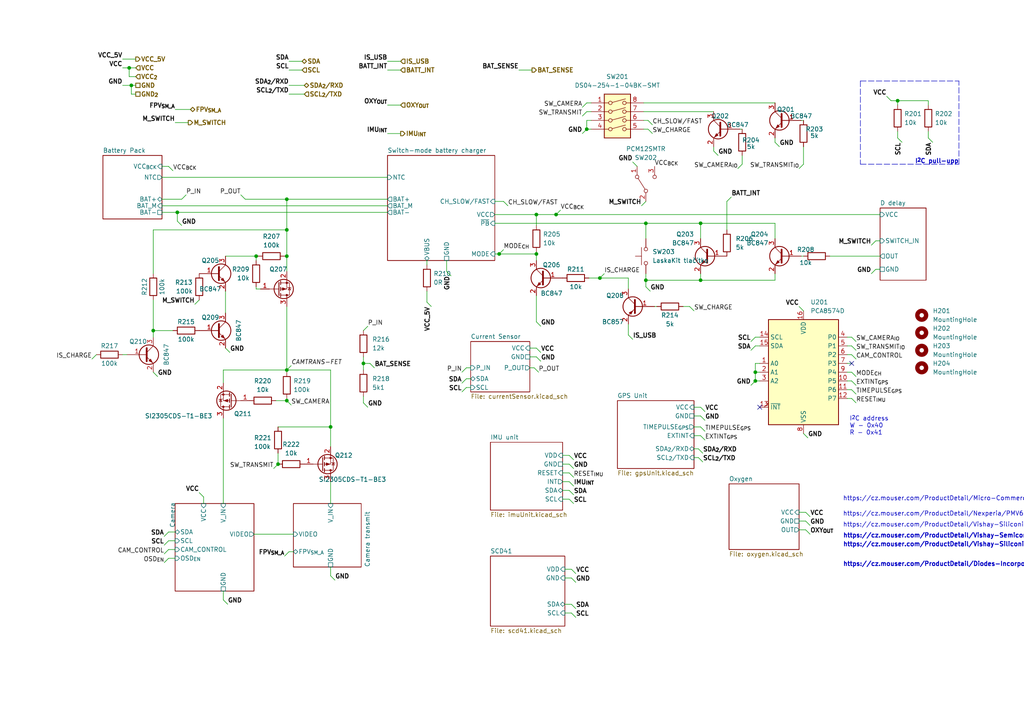
<source format=kicad_sch>
(kicad_sch (version 20211123) (generator eeschema)
  (paper "A4")
  (title_block (title "Power Unit - CanSat 2023") (date "2023-01-19") (rev "2022") (company "Project SkyFall") (comment 1 "David Haisman"))
  (lib_symbols
    (symbol "1Knihovna:SI2305CDS-T1-BE3" (pin_names (offset 0) hide)
      (property "Reference" "Q205" (at 3.175 3.175 0))
      (property "Value" "SI2305CDS-T1-BE3" (at 9.525 1.27 0))
      (symbol "SI2305CDS-T1-BE3_0_1"
        (polyline (pts (xy 0.254 0) (xy -2.54 0)))
        (polyline (pts (xy 0.254 1.905) (xy 0.254 -1.905)) (stroke (width 0.254)))
        (polyline (pts (xy 0.762 -1.27) (xy 0.762 -2.286)) (stroke (width 0.254)))
        (polyline (pts (xy 0.762 0.508) (xy 0.762 -0.508)) (stroke (width 0.254)))
        (polyline (pts (xy 0.762 2.286) (xy 0.762 1.27)) (stroke (width 0.254)))
        (polyline (pts (xy 2.54 2.54) (xy 2.54 1.778)))
        (polyline (pts (xy 2.54 -2.54) (xy 2.54 0) (xy 0.762 0)))
        (polyline (pts (xy 0.762 1.778) (xy 3.302 1.778) (xy 3.302 -1.778) (xy 0.762 -1.778)))
        (polyline (pts (xy 2.286 0) (xy 1.27 0.381) (xy 1.27 -0.381) (xy 2.286 0)) (fill (type outline)))
        (polyline (pts (xy 2.794 -0.508) (xy 2.921 -0.381) (xy 3.683 -0.381) (xy 3.81 -0.254)))
        (polyline (pts (xy 3.302 -0.381) (xy 2.921 0.254) (xy 3.683 0.254) (xy 3.302 -0.381)))
        (circle (center 1.651 0) (radius 2.794) (stroke (width 0.254)))
        (circle (center 2.54 -1.778) (radius 0.254) (fill (type outline)))
        (circle (center 2.54 1.778) (radius 0.254) (fill (type outline)))
      )
      (symbol "SI2305CDS-T1-BE3_1_1"
        (pin input line (at -5.08 0 0) (length 2.54) (name "G") (number "1"))
        (pin passive line (at 2.54 -5.08 90) (length 2.54) (name "S") (number "2"))
        (pin passive line (at 2.54 5.08 270) (length 2.54) (name "D") (number "3"))
      )
    )
    (symbol "Device:R" (pin_numbers hide) (pin_names (offset 0))
      (property "Reference" "R" (at 2.032 0 90))
      (property "Value" "R" (at 0 0 90))
      (symbol "R_0_1"
        (rectangle (start -1.016 -2.54) (end 1.016 2.54) (stroke (width 0.254)))
      )
      (symbol "R_1_1"
        (pin passive line (at 0 3.81 270) (length 1.27) (name "~") (number "1"))
        (pin passive line (at 0 -3.81 90) (length 1.27) (name "~") (number "2"))
      )
    )
    (symbol "Interface_Expansion:PCF8574"
      (property "Reference" "U" (at -8.89 16.51 0))
      (property "Value" "PCF8574" (at 2.54 16.51 0))
      (symbol "PCF8574_0_1"
        (rectangle (start -10.16 15.24) (end 10.16 -15.24) (stroke (width 0.254)) (fill (type background)))
      )
      (symbol "PCF8574_1_1"
        (pin input line (at -12.7 2.54 0) (length 2.54) (name "A0") (number "1"))
        (pin bidirectional line (at 12.7 -2.54 180) (length 2.54) (name "P5") (number "10"))
        (pin bidirectional line (at 12.7 -5.08 180) (length 2.54) (name "P6") (number "11"))
        (pin bidirectional line (at 12.7 -7.62 180) (length 2.54) (name "P7") (number "12"))
        (pin open_collector output_low (at -12.7 -10.16 0) (length 2.54) (name "~{INT}") (number "13"))
        (pin input line (at -12.7 10.16 0) (length 2.54) (name "SCL") (number "14"))
        (pin bidirectional line (at -12.7 7.62 0) (length 2.54) (name "SDA") (number "15"))
        (pin power_in line (at 0 17.78 270) (length 2.54) (name "VDD") (number "16"))
        (pin input line (at -12.7 0 0) (length 2.54) (name "A1") (number "2"))
        (pin input line (at -12.7 -2.54 0) (length 2.54) (name "A2") (number "3"))
        (pin bidirectional line (at 12.7 10.16 180) (length 2.54) (name "P0") (number "4"))
        (pin bidirectional line (at 12.7 7.62 180) (length 2.54) (name "P1") (number "5"))
        (pin bidirectional line (at 12.7 5.08 180) (length 2.54) (name "P2") (number "6"))
        (pin bidirectional line (at 12.7 2.54 180) (length 2.54) (name "P3") (number "7"))
        (pin power_in line (at 0 -17.78 90) (length 2.54) (name "VSS") (number "8"))
        (pin bidirectional line (at 12.7 0 180) (length 2.54) (name "P4") (number "9"))
      )
    )
    (symbol "Mechanical:MountingHole" (pin_names (offset 1.016))
      (property "Reference" "H" (at 0 5.08 0))
      (property "Value" "MountingHole" (at 0 3.175 0))
      (symbol "MountingHole_0_1"
        (circle (center 0 0) (radius 1.27) (stroke (width 1.27)))
      )
    )
    (symbol "Switch:SW_DIP_x04" (pin_names (offset 0) hide)
      (property "Reference" "SW" (at 0 8.89 0))
      (property "Value" "SW_DIP_x04" (at 0 -6.35 0))
      (symbol "SW_DIP_x04_0_0"
        (circle (center -2.032 -2.54) (radius 0.508))
        (circle (center -2.032 0) (radius 0.508))
        (circle (center -2.032 2.54) (radius 0.508))
        (circle (center -2.032 5.08) (radius 0.508))
        (polyline (pts (xy -1.524 -2.3876) (xy 2.3622 -1.3462)))
        (polyline (pts (xy -1.524 0.127) (xy 2.3622 1.1684)))
        (polyline (pts (xy -1.524 2.667) (xy 2.3622 3.7084)))
        (polyline (pts (xy -1.524 5.207) (xy 2.3622 6.2484)))
        (circle (center 2.032 -2.54) (radius 0.508))
        (circle (center 2.032 0) (radius 0.508))
        (circle (center 2.032 2.54) (radius 0.508))
        (circle (center 2.032 5.08) (radius 0.508))
      )
      (symbol "SW_DIP_x04_0_1"
        (rectangle (start -3.81 7.62) (end 3.81 -5.08) (stroke (width 0.254)) (fill (type background)))
      )
      (symbol "SW_DIP_x04_1_1"
        (pin passive line (at -7.62 5.08 0) (length 5.08) (name "~") (number "1"))
        (pin passive line (at -7.62 2.54 0) (length 5.08) (name "~") (number "2"))
        (pin passive line (at -7.62 0 0) (length 5.08) (name "~") (number "3"))
        (pin passive line (at -7.62 -2.54 0) (length 5.08) (name "~") (number "4"))
        (pin passive line (at 7.62 -2.54 180) (length 5.08) (name "~") (number "5"))
        (pin passive line (at 7.62 0 180) (length 5.08) (name "~") (number "6"))
        (pin passive line (at 7.62 2.54 180) (length 5.08) (name "~") (number "7"))
        (pin passive line (at 7.62 5.08 180) (length 5.08) (name "~") (number "8"))
      )
    )
    (symbol "Switch:SW_Push" (pin_numbers hide) (pin_names (offset 1.016) hide)
      (property "Reference" "SW" (at 1.27 2.54 0))
      (property "Value" "SW_Push" (at 0 -1.524 0))
      (symbol "SW_Push_0_1"
        (circle (center -2.032 0) (radius 0.508))
        (polyline (pts (xy 0 1.27) (xy 0 3.048)))
        (polyline (pts (xy 2.54 1.27) (xy -2.54 1.27)))
        (circle (center 2.032 0) (radius 0.508))
        (pin passive line (at -5.08 0 0) (length 2.54) (name "1") (number "1"))
        (pin passive line (at 5.08 0 180) (length 2.54) (name "2") (number "2"))
      )
    )
    (symbol "Switch:SW_SPDT" (pin_names (offset 0) hide)
      (property "Reference" "SW" (at 0 4.318 0))
      (property "Value" "SW_SPDT" (at 0 -5.08 0))
      (symbol "SW_SPDT_0_0"
        (circle (center -2.032 0) (radius 0.508))
        (circle (center 2.032 -2.54) (radius 0.508))
      )
      (symbol "SW_SPDT_0_1"
        (polyline (pts (xy -1.524 0.254) (xy 1.651 2.286)))
        (circle (center 2.032 2.54) (radius 0.508))
      )
      (symbol "SW_SPDT_1_1"
        (pin passive line (at 5.08 2.54 180) (length 2.54) (name "A") (number "1"))
        (pin passive line (at -5.08 0 0) (length 2.54) (name "B") (number "2"))
        (pin passive line (at 5.08 -2.54 180) (length 2.54) (name "C") (number "3"))
      )
    )
    (symbol "Transistor_BJT:BC847" (pin_names (offset 0) hide)
      (property "Reference" "Q" (at 5.08 1.905 0))
      (property "Value" "BC847" (at 5.08 0 0))
      (symbol "BC847_0_1"
        (polyline (pts (xy 0.635 0.635) (xy 2.54 2.54)))
        (polyline (pts (xy 0.635 -0.635) (xy 2.54 -2.54) (xy 2.54 -2.54)))
        (polyline (pts (xy 0.635 1.905) (xy 0.635 -1.905) (xy 0.635 -1.905)) (stroke (width 0.508)))
        (polyline (pts (xy 1.27 -1.778) (xy 1.778 -1.27) (xy 2.286 -2.286) (xy 1.27 -1.778) (xy 1.27 -1.778)) (fill (type outline)))
        (circle (center 1.27 0) (radius 2.8194) (stroke (width 0.254)))
      )
      (symbol "BC847_1_1"
        (pin input line (at -5.08 0 0) (length 5.715) (name "B") (number "1"))
        (pin passive line (at 2.54 -5.08 90) (length 2.54) (name "E") (number "2"))
        (pin passive line (at 2.54 5.08 270) (length 2.54) (name "C") (number "3"))
      )
    )
    (symbol "Transistor_BJT:BC857" (pin_names (offset 0) hide)
      (property "Reference" "Q" (at 5.08 1.905 0))
      (property "Value" "BC857" (at 5.08 0 0))
      (symbol "BC857_0_1"
        (polyline (pts (xy 0.635 0.635) (xy 2.54 2.54)))
        (polyline (pts (xy 0.635 -0.635) (xy 2.54 -2.54) (xy 2.54 -2.54)))
        (polyline (pts (xy 0.635 1.905) (xy 0.635 -1.905) (xy 0.635 -1.905)) (stroke (width 0.508)))
        (polyline (pts (xy 2.286 -1.778) (xy 1.778 -2.286) (xy 1.27 -1.27) (xy 2.286 -1.778) (xy 2.286 -1.778)) (fill (type outline)))
        (circle (center 1.27 0) (radius 2.8194) (stroke (width 0.254)))
      )
      (symbol "BC857_1_1"
        (pin input line (at -5.08 0 0) (length 5.715) (name "B") (number "1"))
        (pin passive line (at 2.54 -5.08 90) (length 2.54) (name "E") (number "2"))
        (pin passive line (at 2.54 5.08 270) (length 2.54) (name "C") (number "3"))
      )
    )
  )
  (junction (at 83.185 66.675))
  (junction (at 95.885 123.825))
  (junction (at 203.2 81.28))
  (junction (at 144.78 73.66))
  (junction (at 260.35 29.21))
  (junction (at 83.185 116.205))
  (junction (at 83.185 107.315))
  (junction (at 155.575 62.23))
  (junction (at 83.185 74.295))
  (junction (at 187.325 81.28))
  (junction (at 105.41 105.41))
  (junction (at 80.645 134.62))
  (junction (at 161.29 62.23))
  (junction (at 44.45 95.885))
  (junction (at 37.465 19.685))
  (junction (at 51.435 61.595))
  (junction (at 219.075 110.49))
  (junction (at 170.18 37.465))
  (junction (at 38.1 24.765))
  (junction (at 83.185 57.785))
  (junction (at 187.325 64.77))
  (junction (at 219.075 107.95))
  (junction (at 74.295 74.295))
  (junction (at 203.2 64.77))
  (junction (at 173.99 80.645))
  (junction (at 155.575 73.66))
  (no_connect (at 247.015 105.41))
  (no_connect (at 220.345 118.11))
  (wire (pts (xy 187.325 64.77) (xy 203.2 64.77)))
  (wire (pts (xy 80.645 131.445) (xy 80.645 134.62)))
  (wire (pts (xy 83.82 24.765) (xy 88.265 24.765)))
  (wire (pts (xy 234.95 154.94) (xy 233.68 153.67)))
  (wire (pts (xy 252.73 71.12) (xy 254 69.85)))
  (wire (pts (xy 46.99 57.785) (xy 52.705 57.785)))
  (wire (pts (xy 57.785 86.995) (xy 56.515 88.265)))
  (wire (pts (xy 203.2 79.375) (xy 203.2 81.28)))
  (wire (pts (xy 234.95 149.86) (xy 233.68 148.59)))
  (wire (pts (xy 260.35 29.21) (xy 258.445 29.21)))
  (wire (pts (xy 146.05 58.42) (xy 147.32 59.69)))
  (wire (pts (xy 224.79 69.215) (xy 224.79 64.77)))
  (wire (pts (xy 51.435 64.135) (xy 52.705 65.405)))
  (wire (pts (xy 74.295 74.295) (xy 65.405 74.295)))
  (wire (pts (xy 166.37 140.97) (xy 165.1 139.7)))
  (wire (pts (xy 171.45 29.845) (xy 170.18 29.845)))
  (wire (pts (xy 83.82 27.305) (xy 88.265 27.305)))
  (wire (pts (xy 247.015 107.95) (xy 245.745 107.95)))
  (wire (pts (xy 64.77 171.45) (xy 64.77 173.99)))
  (wire (pts (xy 44.45 86.995) (xy 44.45 95.885)))
  (wire (pts (xy 203.2 123.825) (xy 201.295 123.825)))
  (wire (pts (xy 38.1 24.765) (xy 39.37 24.765)))
  (wire (pts (xy 166.37 133.35) (xy 165.1 132.08)))
  (wire (pts (xy 35.56 24.765) (xy 38.1 24.765)))
  (wire (pts (xy 163.195 144.78) (xy 165.1 144.78)))
  (wire (pts (xy 44.45 97.79) (xy 44.45 95.885)))
  (wire (pts (xy 203.2 81.28) (xy 224.79 81.28)))
  (wire (pts (xy 202.565 132.715) (xy 203.835 133.985)))
  (wire (pts (xy 171.45 37.465) (xy 170.18 37.465)))
  (wire (pts (xy 129.54 78.74) (xy 130.81 80.01)))
  (wire (pts (xy 154.94 106.68) (xy 153.67 106.68)))
  (wire (pts (xy 83.185 88.9) (xy 83.185 107.315)))
  (wire (pts (xy 39.37 22.225) (xy 37.465 22.225)))
  (wire (pts (xy 231.775 88.9) (xy 233.045 90.17)))
  (wire (pts (xy 202.565 130.175) (xy 201.295 130.175)))
  (wire (pts (xy 224.79 41.275) (xy 224.79 40.005)))
  (wire (pts (xy 214.63 37.465) (xy 215.265 37.465)))
  (wire (pts (xy 215.265 47.625) (xy 213.995 48.895)))
  (wire (pts (xy 248.285 109.22) (xy 247.015 107.95)))
  (wire (pts (xy 46.99 59.69) (xy 112.395 59.69)))
  (wire (pts (xy 260.35 38.1) (xy 260.35 40.005)))
  (wire (pts (xy 105.41 116.84) (xy 106.68 118.11)))
  (wire (pts (xy 65.405 100.965) (xy 66.675 102.235)))
  (polyline (pts (xy 249.555 47.625) (xy 278.13 47.625)))
  (wire (pts (xy 95.885 167.005) (xy 97.155 168.275)))
  (wire (pts (xy 155.575 100.965) (xy 153.67 100.965)))
  (wire (pts (xy 233.68 151.13) (xy 234.95 152.4)))
  (wire (pts (xy 255.27 78.105) (xy 254 78.105)))
  (wire (pts (xy 146.05 72.39) (xy 144.78 73.66)))
  (wire (pts (xy 74.295 74.295) (xy 74.295 75.565)))
  (wire (pts (xy 80.645 123.825) (xy 95.885 123.825)))
  (wire (pts (xy 37.465 19.685) (xy 39.37 19.685)))
  (wire (pts (xy 163.195 142.24) (xy 165.1 142.24)))
  (wire (pts (xy 233.68 153.67) (xy 231.775 153.67)))
  (wire (pts (xy 83.82 160.02) (xy 85.09 160.02)))
  (wire (pts (xy 48.895 159.385) (xy 47.625 160.655)))
  (wire (pts (xy 50.8 35.56) (xy 54.61 35.56)))
  (wire (pts (xy 64.77 173.99) (xy 66.04 175.26)))
  (wire (pts (xy 165.735 167.64) (xy 167.005 168.91)))
  (wire (pts (xy 82.55 74.295) (xy 83.185 74.295)))
  (wire (pts (xy 133.985 107.95) (xy 135.255 106.68)))
  (wire (pts (xy 155.575 103.505) (xy 153.67 103.505)))
  (wire (pts (xy 204.47 125.095) (xy 203.2 123.825)))
  (wire (pts (xy 219.075 100.33) (xy 220.345 100.33)))
  (wire (pts (xy 80.645 134.62) (xy 79.375 135.89)))
  (wire (pts (xy 247.015 105.41) (xy 245.745 105.41)))
  (wire (pts (xy 247.015 102.87) (xy 245.745 102.87)))
  (wire (pts (xy 83.185 115.57) (xy 83.185 116.205)))
  (wire (pts (xy 105.41 105.41) (xy 105.41 107.315)))
  (wire (pts (xy 46.99 51.435) (xy 112.395 51.435)))
  (wire (pts (xy 83.185 116.205) (xy 84.455 117.475)))
  (wire (pts (xy 155.575 73.66) (xy 155.575 75.565)))
  (wire (pts (xy 48.895 48.26) (xy 46.99 48.26)))
  (wire (pts (xy 254 78.105) (xy 252.73 79.375)))
  (wire (pts (xy 71.12 57.785) (xy 69.85 56.515)))
  (wire (pts (xy 219.075 110.49) (xy 217.805 111.76)))
  (wire (pts (xy 200.025 88.9) (xy 198.12 88.9)))
  (wire (pts (xy 219.075 107.95) (xy 219.075 110.49)))
  (wire (pts (xy 219.075 97.79) (xy 220.345 97.79)))
  (wire (pts (xy 143.51 64.77) (xy 187.325 64.77)))
  (wire (pts (xy 173.99 80.645) (xy 182.245 80.645)))
  (wire (pts (xy 233.68 148.59) (xy 231.775 148.59)))
  (wire (pts (xy 215.265 45.085) (xy 215.265 47.625)))
  (wire (pts (xy 170.18 37.465) (xy 168.91 38.735)))
  (wire (pts (xy 201.295 126.365) (xy 203.2 126.365)))
  (wire (pts (xy 165.735 177.8) (xy 167.005 179.07)))
  (wire (pts (xy 59.055 144.145) (xy 59.055 146.05)))
  (wire (pts (xy 165.735 165.1) (xy 163.83 165.1)))
  (wire (pts (xy 44.45 66.675) (xy 44.45 79.375)))
  (wire (pts (xy 254 69.85) (xy 255.27 69.85)))
  (wire (pts (xy 210.82 66.675) (xy 210.82 58.42)))
  (wire (pts (xy 186.69 32.385) (xy 207.01 32.385)))
  (wire (pts (xy 65.405 90.805) (xy 65.405 84.455)))
  (wire (pts (xy 269.24 38.1) (xy 269.24 40.005)))
  (wire (pts (xy 48.895 156.845) (xy 47.625 158.115)))
  (wire (pts (xy 175.26 79.375) (xy 173.99 80.645)))
  (wire (pts (xy 50.8 154.305) (xy 48.895 154.305)))
  (wire (pts (xy 50.8 161.925) (xy 48.895 161.925)))
  (wire (pts (xy 202.565 132.715) (xy 201.295 132.715)))
  (wire (pts (xy 83.185 74.295) (xy 83.185 78.74)))
  (wire (pts (xy 163.195 137.16) (xy 165.1 137.16)))
  (wire (pts (xy 74.295 83.82) (xy 74.295 83.185)))
  (wire (pts (xy 83.185 66.675) (xy 83.185 57.785)))
  (wire (pts (xy 203.2 69.215) (xy 203.2 64.77)))
  (wire (pts (xy 186.69 37.465) (xy 187.96 37.465)))
  (wire (pts (xy 80.01 116.205) (xy 83.185 116.205)))
  (wire (pts (xy 83.185 66.675) (xy 83.185 74.295)))
  (wire (pts (xy 116.205 38.735) (xy 112.395 38.735)))
  (wire (pts (xy 186.055 59.69) (xy 187.325 58.42)))
  (wire (pts (xy 35.56 102.87) (xy 36.83 102.87)))
  (wire (pts (xy 155.575 103.505) (xy 156.845 104.775)))
  (wire (pts (xy 170.815 80.645) (xy 173.99 80.645)))
  (wire (pts (xy 260.35 40.005) (xy 261.62 41.275)))
  (wire (pts (xy 95.885 167.005) (xy 95.885 164.465)))
  (wire (pts (xy 165.735 167.64) (xy 163.83 167.64)))
  (wire (pts (xy 46.99 61.595) (xy 51.435 61.595)))
  (wire (pts (xy 187.325 64.77) (xy 187.325 69.215)))
  (wire (pts (xy 165.1 144.78) (xy 166.37 146.05)))
  (wire (pts (xy 171.45 34.925) (xy 170.18 34.925)))
  (wire (pts (xy 220.345 107.95) (xy 219.075 107.95)))
  (wire (pts (xy 39.37 27.305) (xy 38.1 27.305)))
  (wire (pts (xy 233.045 125.73) (xy 234.315 127)))
  (wire (pts (xy 245.745 97.79) (xy 247.015 97.79)))
  (wire (pts (xy 135.255 109.855) (xy 133.985 111.125)))
  (wire (pts (xy 203.835 131.445) (xy 202.565 130.175)))
  (wire (pts (xy 35.56 19.685) (xy 37.465 19.685)))
  (wire (pts (xy 187.96 37.465) (xy 189.23 38.735)))
  (wire (pts (xy 187.325 79.375) (xy 187.325 81.28)))
  (wire (pts (xy 112.395 17.78) (xy 116.205 17.78)))
  (wire (pts (xy 182.245 83.82) (xy 182.245 80.645)))
  (wire (pts (xy 123.825 84.455) (xy 123.825 87.63)))
  (polyline (pts (xy 249.555 23.495) (xy 249.555 47.625)))
  (wire (pts (xy 204.47 119.38) (xy 203.2 118.11)))
  (wire (pts (xy 83.82 20.32) (xy 87.63 20.32)))
  (wire (pts (xy 44.45 107.95) (xy 45.72 109.22)))
  (wire (pts (xy 168.91 33.655) (xy 170.18 32.385)))
  (wire (pts (xy 95.885 107.315) (xy 83.185 107.315)))
  (wire (pts (xy 245.745 100.33) (xy 247.015 100.33)))
  (wire (pts (xy 233.045 47.625) (xy 231.775 48.895)))
  (wire (pts (xy 105.41 105.41) (xy 107.315 105.41)))
  (wire (pts (xy 217.805 101.6) (xy 219.075 100.33)))
  (wire (pts (xy 51.435 61.595) (xy 112.395 61.595)))
  (wire (pts (xy 182.245 97.155) (xy 183.515 98.425)))
  (wire (pts (xy 48.895 161.925) (xy 47.625 163.195)))
  (wire (pts (xy 155.575 93.345) (xy 156.845 94.615)))
  (wire (pts (xy 182.245 97.155) (xy 182.245 93.98)))
  (wire (pts (xy 116.205 30.48) (xy 112.395 30.48)))
  (wire (pts (xy 165.735 175.26) (xy 167.005 176.53)))
  (wire (pts (xy 203.2 126.365) (xy 204.47 127.635)))
  (wire (pts (xy 156.845 102.235) (xy 155.575 100.965)))
  (wire (pts (xy 224.79 79.375) (xy 224.79 81.28)))
  (wire (pts (xy 224.79 41.275) (xy 226.06 42.545)))
  (wire (pts (xy 165.1 142.24) (xy 166.37 143.51)))
  (wire (pts (xy 165.1 137.16) (xy 166.37 138.43)))
  (wire (pts (xy 143.51 73.66) (xy 144.78 73.66)))
  (wire (pts (xy 50.165 49.53) (xy 48.895 48.26)))
  (wire (pts (xy 247.015 113.03) (xy 248.285 114.3)))
  (wire (pts (xy 247.015 113.03) (xy 245.745 113.03)))
  (wire (pts (xy 248.285 116.84) (xy 247.015 115.57)))
  (wire (pts (xy 190.5 88.9) (xy 189.865 88.9)))
  (wire (pts (xy 27.94 102.87) (xy 26.67 104.14)))
  (wire (pts (xy 150.495 20.32) (xy 154.305 20.32)))
  (wire (pts (xy 260.35 30.48) (xy 260.35 29.21)))
  (wire (pts (xy 165.1 134.62) (xy 166.37 135.89)))
  (polyline (pts (xy 278.13 47.625) (xy 278.13 23.495)))
  (wire (pts (xy 82.55 161.29) (xy 83.82 160.02)))
  (wire (pts (xy 247.015 115.57) (xy 245.745 115.57)))
  (wire (pts (xy 269.24 40.005) (xy 270.51 41.275)))
  (wire (pts (xy 186.69 29.845) (xy 224.79 29.845)))
  (wire (pts (xy 219.075 105.41) (xy 219.075 107.95)))
  (wire (pts (xy 170.18 29.845) (xy 168.91 31.115)))
  (wire (pts (xy 162.56 60.96) (xy 161.29 62.23)))
  (wire (pts (xy 248.285 104.14) (xy 247.015 102.87)))
  (wire (pts (xy 232.41 34.925) (xy 233.045 34.925)))
  (wire (pts (xy 57.785 142.875) (xy 59.055 144.145)))
  (wire (pts (xy 207.01 43.815) (xy 207.01 42.545)))
  (wire (pts (xy 123.825 87.63) (xy 125.095 88.9)))
  (wire (pts (xy 165.1 132.08) (xy 163.195 132.08)))
  (wire (pts (xy 163.83 177.8) (xy 165.735 177.8)))
  (wire (pts (xy 136.525 112.395) (xy 135.255 112.395)))
  (wire (pts (xy 143.51 62.23) (xy 155.575 62.23)))
  (wire (pts (xy 52.705 57.785) (xy 53.975 56.515)))
  (wire (pts (xy 75.565 83.82) (xy 74.295 83.82)))
  (wire (pts (xy 143.51 58.42) (xy 146.05 58.42)))
  (wire (pts (xy 64.77 107.315) (xy 64.77 111.125)))
  (polyline (pts (xy 249.555 23.495) (xy 278.13 23.495)))
  (wire (pts (xy 161.29 62.23) (xy 255.27 62.23)))
  (wire (pts (xy 220.345 105.41) (xy 219.075 105.41)))
  (wire (pts (xy 155.575 62.23) (xy 155.575 65.405)))
  (wire (pts (xy 112.395 20.32) (xy 116.205 20.32)))
  (wire (pts (xy 123.825 76.835) (xy 123.825 75.565)))
  (wire (pts (xy 38.1 27.305) (xy 38.1 24.765)))
  (wire (pts (xy 155.575 62.23) (xy 161.29 62.23)))
  (wire (pts (xy 247.015 97.79) (xy 248.285 99.06)))
  (wire (pts (xy 135.255 112.395) (xy 133.985 113.665)))
  (wire (pts (xy 44.45 95.885) (xy 50.165 95.885)))
  (wire (pts (xy 170.18 37.465) (xy 170.18 34.925)))
  (wire (pts (xy 233.045 42.545) (xy 233.045 47.625)))
  (wire (pts (xy 232.41 74.295) (xy 233.045 74.295)))
  (wire (pts (xy 105.41 103.505) (xy 105.41 105.41)))
  (wire (pts (xy 37.465 22.225) (xy 37.465 19.685)))
  (wire (pts (xy 187.325 83.185) (xy 188.595 84.455)))
  (wire (pts (xy 136.525 109.855) (xy 135.255 109.855)))
  (wire (pts (xy 71.12 57.785) (xy 83.185 57.785)))
  (wire (pts (xy 74.93 74.295) (xy 74.295 74.295)))
  (wire (pts (xy 106.68 94.615) (xy 105.41 95.885)))
  (wire (pts (xy 87.63 17.78) (xy 83.82 17.78)))
  (wire (pts (xy 144.78 73.66) (xy 155.575 73.66)))
  (wire (pts (xy 50.8 31.75) (xy 55.245 31.75)))
  (wire (pts (xy 203.2 64.77) (xy 224.79 64.77)))
  (wire (pts (xy 165.1 134.62) (xy 163.195 134.62)))
  (wire (pts (xy 50.8 156.845) (xy 48.895 156.845)))
  (wire (pts (xy 203.2 118.11) (xy 201.295 118.11)))
  (wire (pts (xy 155.575 85.725) (xy 155.575 93.345)))
  (wire (pts (xy 207.01 43.815) (xy 208.28 45.085)))
  (wire (pts (xy 167.005 166.37) (xy 165.735 165.1)))
  (wire (pts (xy 257.175 27.94) (xy 258.445 29.21)))
  (wire (pts (xy 107.315 105.41) (xy 108.585 106.68)))
  (wire (pts (xy 95.885 139.7) (xy 95.885 146.05)))
  (wire (pts (xy 217.805 99.06) (xy 219.075 97.79)))
  (wire (pts (xy 203.2 120.65) (xy 204.47 121.92)))
  (wire (pts (xy 35.56 17.145) (xy 39.37 17.145)))
  (wire (pts (xy 187.96 34.925) (xy 186.69 34.925)))
  (wire (pts (xy 50.8 159.385) (xy 48.895 159.385)))
  (wire (pts (xy 248.285 101.6) (xy 247.015 100.33)))
  (wire (pts (xy 155.575 73.025) (xy 155.575 73.66)))
  (wire (pts (xy 64.77 107.315) (xy 83.185 107.315)))
  (wire (pts (xy 187.325 81.28) (xy 187.325 83.185)))
  (wire (pts (xy 135.255 106.68) (xy 136.525 106.68)))
  (wire (pts (xy 129.54 75.565) (xy 129.54 78.74)))
  (wire (pts (xy 171.45 32.385) (xy 170.18 32.385)))
  (wire (pts (xy 189.23 36.195) (xy 187.96 34.925)))
  (wire (pts (xy 64.77 121.285) (xy 64.77 146.05)))
  (wire (pts (xy 247.015 110.49) (xy 245.745 110.49)))
  (wire (pts (xy 44.45 66.675) (xy 83.185 66.675)))
  (wire (pts (xy 95.885 107.315) (xy 95.885 123.825)))
  (wire (pts (xy 51.435 64.135) (xy 51.435 61.595)))
  (wire (pts (xy 210.82 58.42) (xy 212.09 57.15)))
  (wire (pts (xy 233.68 151.13) (xy 231.775 151.13)))
  (wire (pts (xy 83.185 107.95) (xy 83.185 107.315)))
  (wire (pts (xy 247.015 110.49) (xy 248.285 111.76)))
  (wire (pts (xy 203.2 120.65) (xy 201.295 120.65)))
  (wire (pts (xy 95.885 123.825) (xy 95.885 129.54)))
  (wire (pts (xy 163.83 175.26) (xy 165.735 175.26)))
  (wire (pts (xy 156.21 107.95) (xy 154.94 106.68)))
  (wire (pts (xy 201.295 90.17) (xy 200.025 88.9)))
  (wire (pts (xy 105.41 114.935) (xy 105.41 116.84)))
  (wire (pts (xy 83.185 57.785) (xy 112.395 57.785)))
  (wire (pts (xy 165.1 139.7) (xy 163.195 139.7)))
  (wire (pts (xy 184.785 48.26) (xy 183.515 46.99)))
  (wire (pts (xy 187.325 81.28) (xy 203.2 81.28)))
  (wire (pts (xy 48.895 154.305) (xy 47.625 155.575)))
  (wire (pts (xy 83.185 107.315) (xy 84.455 106.045)))
  (wire (pts (xy 240.665 74.295) (xy 255.27 74.295)))
  (wire (pts (xy 269.24 30.48) (xy 269.24 29.21)))
  (wire (pts (xy 73.66 154.94) (xy 85.09 154.94)))
  (wire (pts (xy 269.24 29.21) (xy 260.35 29.21)))
  (wire (pts (xy 219.075 110.49) (xy 220.345 110.49)))
  (text "I^{2}C address\nW - 0x40\nR - 0x41" (at 246.38 126.365 0) (effects (font (size 1.27 1.27)) (justify left bottom)))
  (text "https://cz.mouser.com/ProductDetail/Nexperia/PMV65XPEAR?qs=K2OaAKmNuLjShTqlCZLbmw%3D%3D" (at 244.475 149.86 0) (effects (font (size 1.27 1.27)) (justify left bottom)))
  (text "https://cz.mouser.com/ProductDetail/Vishay-Siliconix/SI2305CDS-T1-BE3?qs=CiayqK2gdcLpo2nfxnb4%252BQ%3D%3D" (at 244.475 158.75 0) (effects (font (size 1.27 1.27) (thickness 0.254) bold) (justify left bottom)))
  (text "https://cz.mouser.com/ProductDetail/Diodes-Incorporated/DMP1046UFDB-7?qs=BvpHGKeVh3ojFifJartrZQ%3D%3D" (at 244.475 164.465 0) (effects (font (size 1.27 1.27) (thickness 0.254) bold) (justify left bottom)))
  (text "I^{2}C pull-upp" (at 278.13 47.625 180) (effects (font (size 1.27 1.27) (thickness 0.254) bold) (justify right bottom)))
  (text "https://cz.mouser.com/ProductDetail/Micro-Commercial-Components-MCC/SK53AFL-TP?qs=T3oQrply3y%2F%2FTb8lb%252B6EMA%3D%3D" (at 244.475 145.415 0) (effects (font (size 1.27 1.27)) (justify left bottom)))
  (text "https://cz.mouser.com/ProductDetail/Vishay-Semiconductors/SI2333DDS-T1-GE3?qs=FTQF2dEqrCAWhxgxL6WktQ%3D%3D" (at 244.475 156.21 0) (effects (font (size 1.27 1.27) (thickness 0.254) bold) (justify left bottom)))
  (text "https://cz.mouser.com/ProductDetail/Vishay-Siliconix/SI2315BDS-T1-GE3?qs=tWM4QuTcS4UTZMgXx%2FvfDA%3D%3D" (at 244.475 153.035 0) (effects (font (size 1.27 1.27)) (justify left bottom)))
  (label "TIMEPULSE_{GPS}" (at 204.47 125.095 0))
  (label "OXY_{OUT}" (at 234.95 154.94 0) (effects (font bold)))
  (label "SCL" (at 47.625 158.115 180) (effects (font bold)))
  (label "GND" (at 66.04 175.26 0) (effects (font bold)))
  (label "M_SWITCH" (at 50.8 35.56 180) (effects (font (thickness 0.254) bold)))
  (label "P_OUT" (at 69.85 56.515 180))
  (label "GND" (at 226.06 42.545 0) (effects (font bold)))
  (label "SW_CAMERA" (at 84.455 117.475 0))
  (label "FPV_{SM_A}" (at 82.55 161.29 180) (effects (font (thickness 0.254) bold)))
  (label "IMU_{INT}" (at 112.395 38.735 180) (effects (font bold)))
  (label "SW_TRANSMIT" (at 79.375 135.89 180))
  (label "SCL" (at 166.37 146.05 0) (effects (font bold)))
  (label "SDA" (at 166.37 143.51 0) (effects (font bold)))
  (label "SCL" (at 167.005 179.07 0) (effects (font bold)))
  (label "CH_SLOW{slash}FAST" (at 189.23 36.195 0))
  (label "VCC" (at 234.95 149.86 0) (effects (font (thickness 0.254) bold)))
  (label "SCL_{2}{slash}TXD" (at 83.82 27.305 180) (effects (font bold)))
  (label "MODE_{CH}" (at 248.285 109.22 0))
  (label "GND" (at 234.315 127 0) (effects (font bold)))
  (label "P_OUT" (at 156.21 107.95 0))
  (label "VCC_5V" (at 125.095 88.9 270) (effects (font bold)))
  (label "SCL" (at 261.62 41.275 270) (effects (font bold)))
  (label "CAM_CONTROL" (at 248.285 104.14 0))
  (label "EXTINT_{GPS}" (at 248.285 111.76 0))
  (label "VCC" (at 57.785 142.875 180) (effects (font (thickness 0.254) bold)))
  (label "GND" (at 45.72 109.22 0) (effects (font bold)))
  (label "P_IN" (at 53.975 56.515 0))
  (label "GND" (at 52.705 65.405 0) (effects (font bold)))
  (label "GND" (at 130.81 80.01 270) (effects (font bold)))
  (label "GND" (at 106.68 118.11 0) (effects (font bold)))
  (label "CAMTRANS-FET" (at 84.455 106.045 0) (effects (font italic)))
  (label "SDA" (at 133.985 111.125 180) (effects (font bold)))
  (label "OXY_{OUT}" (at 112.395 30.48 180) (effects (font bold)))
  (label "GND" (at 183.515 46.99 180) (effects (font bold)))
  (label "SDA" (at 47.625 155.575 180) (effects (font bold)))
  (label "SW_CHARGE" (at 189.23 38.735 0))
  (label "GND" (at 167.005 168.91 0) (effects (font bold)))
  (label "VCC_{BCK}" (at 189.865 48.26 0))
  (label "VCC" (at 231.775 88.9 180) (effects (font (thickness 0.254) bold)))
  (label "VCC_{BCK}" (at 162.56 60.96 0))
  (label "BATT_INT" (at 112.395 20.32 180) (effects (font (thickness 0.254) bold)))
  (label "RESET_{IMU}" (at 166.37 138.43 0))
  (label "P_IN" (at 133.985 107.95 180))
  (label "BATT_INT" (at 212.09 57.15 0) (effects (font (thickness 0.254) bold)))
  (label "VCC" (at 166.37 133.35 0) (effects (font (thickness 0.254) bold)))
  (label "SCL" (at 133.985 113.665 180) (effects (font bold)))
  (label "IMU_{INT}" (at 166.37 140.97 0) (effects (font bold)))
  (label "GND" (at 188.595 84.455 0) (effects (font bold)))
  (label "GND" (at 35.56 24.765 180) (effects (font (thickness 0.254) bold)))
  (label "SW_CAMERA_{IO}" (at 213.995 48.895 180))
  (label "VCC" (at 35.56 19.685 180) (effects (font (thickness 0.254) bold)))
  (label "GND" (at 234.95 152.4 0) (effects (font bold)))
  (label "GND" (at 97.155 168.275 0) (effects (font bold)))
  (label "VCC_{BCK}" (at 50.165 49.53 0))
  (label "SW_TRANSMIT" (at 168.91 33.655 180))
  (label "SDA" (at 270.51 41.275 270) (effects (font bold)))
  (label "SDA" (at 83.82 17.78 180) (effects (font bold)))
  (label "BAT_SENSE" (at 150.495 20.32 180) (effects (font bold)))
  (label "VCC" (at 167.005 166.37 0) (effects (font (thickness 0.254) bold)))
  (label "GND" (at 208.28 45.085 0) (effects (font bold)))
  (label "MODE_{CH}" (at 146.05 72.39 0))
  (label "SW_TRANSMIT_{IO}" (at 248.285 101.6 0))
  (label "BAT_SENSE" (at 108.585 106.68 0) (effects (font bold)))
  (label "SW_TRANSMIT_{IO}" (at 231.775 48.895 180))
  (label "GND" (at 217.805 111.76 180) (effects (font bold)))
  (label "SDA_{2}{slash}RXD" (at 83.82 24.765 180) (effects (font bold)))
  (label "GND" (at 168.91 38.735 180) (effects (font bold)))
  (label "SW_CAMERA_{IO}" (at 248.285 99.06 0))
  (label "SW_CAMERA" (at 168.91 31.115 180))
  (label "CAM_CONTROL" (at 47.625 160.655 180))
  (label "FPV_{SM_A}" (at 50.8 31.75 180) (effects (font (thickness 0.254) bold)))
  (label "VCC" (at 156.845 102.235 0) (effects (font (thickness 0.254) bold)))
  (label "RESET_{IMU}" (at 248.285 116.84 0))
  (label "SCL" (at 217.805 99.06 180) (effects (font bold)))
  (label "SDA_{2}{slash}RXD" (at 203.835 131.445 0) (effects (font bold)))
  (label "IS_CHARGE" (at 26.67 104.14 180))
  (label "GND" (at 252.73 79.375 180) (effects (font bold)))
  (label "GND" (at 66.675 102.235 0) (effects (font bold)))
  (label "GND" (at 166.37 135.89 0) (effects (font bold)))
  (label "GND" (at 156.845 94.615 0) (effects (font bold)))
  (label "M_SWITCH" (at 252.73 71.12 180) (effects (font (thickness 0.254) bold)))
  (label "EXTINT_{GPS}" (at 204.47 127.635 0))
  (label "CH_SLOW{slash}FAST" (at 147.32 59.69 0))
  (label "SCL_{2}{slash}TXD" (at 203.835 133.985 0) (effects (font bold)))
  (label "IS_USB" (at 112.395 17.78 180) (effects (font bold)))
  (label "GND" (at 156.845 104.775 0) (effects (font bold)))
  (label "VCC" (at 204.47 119.38 0) (effects (font (thickness 0.254) bold)))
  (label "OSD_{EN}" (at 47.625 163.195 180))
  (label "SDA" (at 167.005 176.53 0) (effects (font bold)))
  (label "IS_USB" (at 183.515 98.425 0) (effects (font bold)))
  (label "VCC" (at 257.175 27.94 180) (effects (font (thickness 0.254) bold)))
  (label "M_SWITCH" (at 56.515 88.265 180) (effects (font (thickness 0.254) bold)))
  (label "TIMEPULSE_{GPS}" (at 248.285 114.3 0))
  (label "SDA" (at 217.805 101.6 180) (effects (font bold)))
  (label "SCL" (at 83.82 20.32 180) (effects (font bold)))
  (label "GND" (at 204.47 121.92 0) (effects (font bold)))
  (label "P_IN" (at 106.68 94.615 0))
  (label "IS_CHARGE" (at 175.26 79.375 0))
  (label "VCC_5V" (at 35.56 17.145 180) (effects (font bold)))
  (label "M_SWITCH" (at 186.055 59.69 180) (effects (font (thickness 0.254) bold)))
  (label "SW_CHARGE" (at 201.295 90.17 0))
  (hierarchical_label "M_SWITCH" (shape output) (at 54.61 35.56 0) (effects (font bold)))
  (hierarchical_label "SCL" (shape input) (at 87.63 20.32 0) (effects (font bold)))
  (hierarchical_label "GND" (shape passive) (at 39.37 24.765 0) (effects (font bold)))
  (hierarchical_label "SCL_{2}{slash}TXD" (shape input) (at 88.265 27.305 0) (effects (font bold)))
  (hierarchical_label "FPV_{SM_A}" (shape bidirectional) (at 55.245 31.75 0) (effects (font (thickness 0.254) bold)))
  (hierarchical_label "VCC_5V" (shape output) (at 39.37 17.145 0) (effects (font bold)))
  (hierarchical_label "VCC" (shape input) (at 39.37 19.685 0) (effects (font bold)))
  (hierarchical_label "IS_USB" (shape input) (at 116.205 17.78 0) (effects (font bold)))
  (hierarchical_label "VCC_{2}" (shape input) (at 39.37 22.225 0) (effects (font bold)))
  (hierarchical_label "GND_{2}" (shape passive) (at 39.37 27.305 0) (effects (font bold)))
  (hierarchical_label "BAT_SENSE" (shape output) (at 154.305 20.32 0) (effects (font bold)))
  (hierarchical_label "SDA_{2}{slash}RXD" (shape bidirectional) (at 88.265 24.765 0) (effects (font bold)))
  (hierarchical_label "IMU_{INT}" (shape output) (at 116.205 38.735 0) (effects (font bold)))
  (hierarchical_label "SDA" (shape bidirectional) (at 87.63 17.78 0) (effects (font bold)))
  (hierarchical_label "BATT_INT" (shape input) (at 116.205 20.32 0) (effects (font bold)))
  (hierarchical_label "OXY_{OUT}" (shape input) (at 116.205 30.48 0) (effects (font bold)))
  (symbol (lib_id "Device:R") (at 84.455 134.62 90) (unit 1)
    (property "Reference" "R222" (at 84.455 128.905 90))
    (property "Value" "10k" (at 84.455 131.445 90))
    (property "Footprint" "Resistor_SMD:R_0805_2012Metric" (effects hide))
  )
  (symbol (lib_id "Device:R") (at 260.35 34.29 0) (unit 1)
    (property "Reference" "R201" (at 262.255 33.0199 0) (effects (justify left)))
    (property "Value" "10k" (at 262.255 35.5599 0) (effects (justify left)))
    (property "Footprint" "Resistor_SMD:R_0805_2012Metric" (effects hide))
  )
  (symbol (lib_id "Transistor_BJT:BC847") (at 209.55 37.465 0) (mirror y) (unit 1)
    (property "Reference" "Q202" (at 211.455 33.655 0) (effects (justify left)))
    (property "Value" "BC847" (at 217.17 36.195 0) (effects (justify left)))
    (property "Footprint" "Package_TO_SOT_SMD:SOT-23" (effects hide))
    (property "Datasheet" "http://www.infineon.com/dgdl/Infineon-BC847SERIES_BC848SERIES_BC849SERIES_BC850SERIES-DS-v01_01-en.pdf?fileId=db3a304314dca389011541d4630a1657" (effects hide))
  )
  (symbol (lib_id "Mechanical:MountingHole") (at 267.335 91.44 0) (unit 1) (in_bom no)
    (property "Reference" "H201" (at 270.51 90.1699 0) (effects (justify left)))
    (property "Value" "MountingHole" (at 270.51 92.7099 0) (effects (justify left)))
    (property "Footprint" "MountingHole:MountingHole_3.2mm_M3" (effects hide))
  )
  (symbol (lib_id "Device:R") (at 31.75 102.87 90) (mirror x) (unit 1)
    (property "Reference" "R217" (at 31.75 100.33 90))
    (property "Value" "100k" (at 31.75 105.41 90))
    (property "Footprint" "Resistor_SMD:R_0805_2012Metric" (effects hide))
  )
  (symbol (lib_id "Mechanical:MountingHole") (at 267.335 101.6 0) (unit 1) (in_bom no)
    (property "Reference" "H203" (at 270.51 100.3299 0) (effects (justify left)))
    (property "Value" "MountingHole" (at 270.51 102.8699 0) (effects (justify left)))
    (property "Footprint" "MountingHole:MountingHole_3.2mm_M3" (effects hide))
  )
  (symbol (lib_id "Transistor_BJT:BC857") (at 184.785 88.9 0) (mirror y) (unit 1)
    (property "Reference" "Q208" (at 180.975 85.725 0) (effects (justify left)))
    (property "Value" "BC857" (at 180.975 93.345 0) (effects (justify left)))
    (property "Footprint" "Package_TO_SOT_SMD:SOT-23" (effects hide))
    (property "Datasheet" "https://www.onsemi.com/pub/Collateral/BC860-D.pdf" (effects hide))
  )
  (symbol (lib_id "Device:R") (at 123.825 80.645 180) (unit 1)
    (property "Reference" "R210" (at 125.73 79.3749 0) (effects (justify right)))
    (property "Value" "0R" (at 125.73 81.9149 0) (effects (justify right)))
    (property "Footprint" "Resistor_SMD:R_1206_3216Metric" (effects hide))
  )
  (symbol (lib_id "Device:R") (at 76.2 116.205 90) (unit 1)
    (property "Reference" "R220" (at 76.2 110.49 90))
    (property "Value" "10k" (at 76.2 113.03 90))
    (property "Footprint" "Resistor_SMD:R_0805_2012Metric" (effects hide))
  )
  (symbol (lib_id "Device:R") (at 105.41 111.125 0) (unit 1)
    (property "Reference" "R218" (at 107.95 109.8549 0) (effects (justify left)))
    (property "Value" "5k1" (at 107.95 112.3949 0) (effects (justify left)))
    (property "Footprint" "Resistor_SMD:R_0805_2012Metric" (effects hide))
  )
  (symbol (lib_id "Device:R") (at 167.005 80.645 270) (unit 1)
    (property "Reference" "R211" (at 167.005 78.105 90))
    (property "Value" "10k" (at 167.005 83.185 90))
    (property "Footprint" "Resistor_SMD:R_0805_2012Metric" (effects hide))
  )
  (symbol (lib_id "1Knihovna:SI2305CDS-T1-BE3") (at 80.645 83.82 0) (mirror x) (unit 1)
    (property "Reference" "Q207" (at 78.105 78.105 0) (effects (justify left)))
    (property "Value" "SI2305CDS-T1-BE3" (effects hide))
    (property "Footprint" "Package_TO_SOT_SMD:SOT-23" (effects hide))
    (property "Datasheet" "https://cz.mouser.com/datasheet/2/427/si2305cd-1764559.pdf" (effects hide))
  )
  (symbol (lib_id "Device:R") (at 269.24 34.29 0) (unit 1)
    (property "Reference" "R202" (at 271.145 33.0199 0) (effects (justify left)))
    (property "Value" "10k" (at 271.145 35.5599 0) (effects (justify left)))
    (property "Footprint" "Resistor_SMD:R_0805_2012Metric" (effects hide))
  )
  (symbol (lib_id "Switch:SW_DIP_x04") (at 179.07 34.925 0) (unit 1)
    (property "Reference" "SW201" (at 179.07 22.225 0))
    (property "Value" "DS04-254-1-04BK-SMT" (at 179.07 24.765 0))
    (property "Footprint" "Button_Switch_SMD:SW_DIP_SPSTx04_Slide_Omron_A6S-410x_W8.9mm_P2.54mm" (effects hide))
    (property "Shop" "https://cz.mouser.com/ProductDetail/CUI-Devices/DS04-254-1-03BK-SMT?qs=wnTfsH77Xs6AM9RonXx4xg%3D%3D" (effects hide))
  )
  (symbol (lib_id "Device:R") (at 215.265 41.275 0) (unit 1)
    (property "Reference" "R204" (at 217.805 40.64 0))
    (property "Value" "5k" (at 217.805 42.545 0))
    (property "Footprint" "Resistor_SMD:R_0805_2012Metric" (effects hide))
  )
  (symbol (lib_id "Device:R") (at 83.185 111.76 0) (unit 1)
    (property "Reference" "R219" (at 85.09 110.4899 0) (effects (justify left)))
    (property "Value" "100k" (at 85.09 113.0299 0) (effects (justify left)))
    (property "Footprint" "Resistor_SMD:R_0805_2012Metric" (effects hide))
  )
  (symbol (lib_id "Device:R") (at 105.41 99.695 0) (unit 1)
    (property "Reference" "R216" (at 107.95 98.4249 0) (effects (justify left)))
    (property "Value" "12k" (at 107.95 100.9649 0) (effects (justify left)))
    (property "Footprint" "Resistor_SMD:R_0805_2012Metric" (effects hide))
  )
  (symbol (lib_id "Device:R") (at 194.31 88.9 270) (unit 1)
    (property "Reference" "R214" (at 194.31 91.44 90))
    (property "Value" "5k" (at 194.31 93.98 90))
    (property "Footprint" "Resistor_SMD:R_0805_2012Metric" (effects hide))
  )
  (symbol (lib_id "Transistor_BJT:BC847") (at 158.115 80.645 0) (mirror y) (unit 1)
    (property "Reference" "Q206" (at 162.56 76.835 0) (effects (justify left)))
    (property "Value" "BC847" (at 163.195 85.09 0) (effects (justify left)))
    (property "Footprint" "Package_TO_SOT_SMD:SOT-23" (effects hide))
    (property "Datasheet" "http://www.infineon.com/dgdl/Infineon-BC847SERIES_BC848SERIES_BC849SERIES_BC850SERIES-DS-v01_01-en.pdf?fileId=db3a304314dca389011541d4630a1657" (effects hide))
  )
  (symbol (lib_id "Transistor_BJT:BC847") (at 227.33 34.925 0) (mirror y) (unit 1)
    (property "Reference" "Q201" (at 230.505 31.75 0) (effects (justify left)))
    (property "Value" "BC847" (at 235.585 33.655 0) (effects (justify left)))
    (property "Footprint" "Package_TO_SOT_SMD:SOT-23" (effects hide))
    (property "Datasheet" "http://www.infineon.com/dgdl/Infineon-BC847SERIES_BC848SERIES_BC849SERIES_BC850SERIES-DS-v01_01-en.pdf?fileId=db3a304314dca389011541d4630a1657" (effects hide))
  )
  (symbol (lib_id "Device:R") (at 74.295 79.375 0) (mirror x) (unit 1)
    (property "Reference" "R209" (at 72.39 78.1049 0) (effects (justify right)))
    (property "Value" "10k" (at 72.39 80.6449 0) (effects (justify right)))
    (property "Footprint" "Resistor_SMD:R_0805_2012Metric" (effects hide))
  )
  (symbol (lib_id "Transistor_BJT:BC847") (at 62.865 79.375 0) (unit 1)
    (property "Reference" "Q205" (at 58.42 75.565 0) (effects (justify left)))
    (property "Value" "BC847" (at 57.785 83.82 0) (effects (justify left)))
    (property "Footprint" "Package_TO_SOT_SMD:SOT-23" (effects hide))
    (property "Datasheet" "http://www.infineon.com/dgdl/Infineon-BC847SERIES_BC848SERIES_BC849SERIES_BC850SERIES-DS-v01_01-en.pdf?fileId=db3a304314dca389011541d4630a1657" (effects hide))
  )
  (symbol (lib_id "Device:R") (at 57.785 83.185 0) (mirror x) (unit 1)
    (property "Reference" "R213" (at 55.88 81.9149 0) (effects (justify right)))
    (property "Value" "100k" (at 55.88 84.4549 0) (effects (justify right)))
    (property "Footprint" "Resistor_SMD:R_0805_2012Metric" (effects hide))
  )
  (symbol (lib_id "1Knihovna:SI2305CDS-T1-BE3") (at 93.345 134.62 0) (mirror x) (unit 1)
    (property "Reference" "Q212" (at 99.695 132.08 0))
    (property "Value" "SI2305CDS-T1-BE3" (at 102.235 139.065 0))
    (property "Footprint" "Package_TO_SOT_SMD:SOT-23" (effects hide))
    (property "Datasheet" "https://cz.mouser.com/datasheet/2/427/si2305cd-1764559.pdf" (effects hide))
  )
  (symbol (lib_id "Device:R") (at 53.975 95.885 90) (mirror x) (unit 1)
    (property "Reference" "R215" (at 53.975 93.345 90))
    (property "Value" "100k" (at 53.975 98.425 90))
    (property "Footprint" "Resistor_SMD:R_0805_2012Metric" (effects hide))
  )
  (symbol (lib_id "Transistor_BJT:BC847") (at 227.33 74.295 0) (mirror y) (unit 1)
    (property "Reference" "Q204" (at 222.885 67.945 0) (effects (justify left)))
    (property "Value" "BC847" (at 222.885 70.485 0) (effects (justify left)))
    (property "Footprint" "Package_TO_SOT_SMD:SOT-23" (effects hide))
    (property "Datasheet" "http://www.infineon.com/dgdl/Infineon-BC847SERIES_BC848SERIES_BC849SERIES_BC850SERIES-DS-v01_01-en.pdf?fileId=db3a304314dca389011541d4630a1657" (effects hide))
  )
  (symbol (lib_id "Device:R") (at 78.74 74.295 270) (mirror x) (unit 1)
    (property "Reference" "R207" (at 78.74 68.58 90))
    (property "Value" "100k" (at 78.74 71.12 90))
    (property "Footprint" "Resistor_SMD:R_0805_2012Metric" (effects hide))
  )
  (symbol (lib_id "Transistor_BJT:BC847") (at 41.91 102.87 0) (unit 1)
    (property "Reference" "Q210" (at 37.465 99.06 0) (effects (justify left)))
    (property "Value" "BC847" (at 48.26 106.045 90) (effects (justify left)))
    (property "Footprint" "Package_TO_SOT_SMD:SOT-23" (effects hide))
    (property "Datasheet" "http://www.infineon.com/dgdl/Infineon-BC847SERIES_BC848SERIES_BC849SERIES_BC850SERIES-DS-v01_01-en.pdf?fileId=db3a304314dca389011541d4630a1657" (effects hide))
  )
  (symbol (lib_id "Switch:SW_Push") (at 187.325 74.295 90) (unit 1)
    (property "Reference" "SW203" (at 189.23 73.0249 90) (effects (justify right)))
    (property "Value" "LaskaKit tlačítko" (at 189.23 75.5649 90) (effects (justify right)))
    (property "Footprint" "LaskaKit:Tlačítko SMD LaskaKit" (effects hide))
  )
  (symbol (lib_id "Device:R") (at 210.82 70.485 180) (unit 1)
    (property "Reference" "R206" (at 213.36 69.2149 0) (effects (justify right)))
    (property "Value" "5k" (at 213.36 71.7549 0) (effects (justify right)))
    (property "Footprint" "Resistor_SMD:R_0805_2012Metric" (effects hide))
  )
  (symbol (lib_id "Device:R") (at 233.045 38.735 0) (unit 1)
    (property "Reference" "R203" (at 236.22 37.465 0))
    (property "Value" "5k" (at 236.22 39.37 0))
    (property "Footprint" "Resistor_SMD:R_0805_2012Metric" (effects hide))
  )
  (symbol (lib_id "Device:R") (at 44.45 83.185 0) (mirror x) (unit 1)
    (property "Reference" "R212" (at 41.91 83.185 90))
    (property "Value" "100k" (at 46.99 83.185 90))
    (property "Footprint" "Resistor_SMD:R_0805_2012Metric" (effects hide))
  )
  (symbol (lib_id "Device:R") (at 155.575 69.215 0) (unit 1)
    (property "Reference" "R205" (at 157.48 67.9449 0) (effects (justify left)))
    (property "Value" "10k" (at 157.48 70.4849 0) (effects (justify left)))
    (property "Footprint" "Resistor_SMD:R_0805_2012Metric" (effects hide))
  )
  (symbol (lib_id "Switch:SW_SPDT") (at 187.325 53.34 90) (unit 1)
    (property "Reference" "SW202" (at 187.325 45.72 90))
    (property "Value" "PCM12SMTR" (at 187.325 43.18 90))
    (property "Footprint" "CanSat:PCM12SMTR" (effects hide))
  )
  (symbol (lib_id "Mechanical:MountingHole") (at 267.335 106.68 0) (unit 1) (in_bom no)
    (property "Reference" "H204" (at 270.51 105.4099 0) (effects (justify left)))
    (property "Value" "MountingHole" (at 270.51 107.9499 0) (effects (justify left)))
    (property "Footprint" "MountingHole:MountingHole_3.2mm_M3" (effects hide))
  )
  (symbol (lib_id "Device:R") (at 236.855 74.295 90) (unit 1)
    (property "Reference" "R208" (at 233.68 72.39 90))
    (property "Value" "10k" (at 233.68 76.2 90))
    (property "Footprint" "Resistor_SMD:R_0805_2012Metric" (effects hide))
  )
  (symbol (lib_id "Transistor_BJT:BC847") (at 62.865 95.885 0) (unit 1)
    (property "Reference" "Q209" (at 58.42 92.075 0) (effects (justify left)))
    (property "Value" "BC847" (at 69.215 99.06 90) (effects (justify left)))
    (property "Footprint" "Package_TO_SOT_SMD:SOT-23" (effects hide))
    (property "Datasheet" "http://www.infineon.com/dgdl/Infineon-BC847SERIES_BC848SERIES_BC849SERIES_BC850SERIES-DS-v01_01-en.pdf?fileId=db3a304314dca389011541d4630a1657" (effects hide))
  )
  (symbol (lib_id "Mechanical:MountingHole") (at 267.335 96.52 0) (unit 1) (in_bom no)
    (property "Reference" "H202" (at 270.51 95.2499 0) (effects (justify left)))
    (property "Value" "MountingHole" (at 270.51 97.7899 0) (effects (justify left)))
    (property "Footprint" "MountingHole:MountingHole_3.2mm_M3" (effects hide))
  )
  (symbol (lib_id "Transistor_BJT:BC847") (at 205.74 74.295 0) (mirror y) (unit 1)
    (property "Reference" "Q203" (at 201.295 67.945 0) (effects (justify left)))
    (property "Value" "BC847" (at 201.295 70.485 0) (effects (justify left)))
    (property "Footprint" "Package_TO_SOT_SMD:SOT-23" (effects hide))
    (property "Datasheet" "http://www.infineon.com/dgdl/Infineon-BC847SERIES_BC848SERIES_BC849SERIES_BC850SERIES-DS-v01_01-en.pdf?fileId=db3a304314dca389011541d4630a1657" (effects hide))
  )
  (symbol (lib_id "Interface_Expansion:PCF8574") (at 233.045 107.95 0) (unit 1)
    (property "Reference" "U201" (at 235.0644 87.63 0) (effects (justify left)))
    (property "Value" "PCA8574D" (at 235.0644 90.17 0) (effects (justify left)))
    (property "Footprint" "Package_SO:SO-16_5.3x10.2mm_P1.27mm" (effects hide))
    (property "Datasheet" "http://www.nxp.com/documents/data_sheet/PCF8574_PCF8574A.pdf" (effects hide))
  )
  (symbol (lib_id "Device:R") (at 80.645 127.635 180) (unit 1)
    (property "Reference" "R221" (at 73.66 127 0) (effects (justify right)))
    (property "Value" "100k" (at 73.66 129.54 0) (effects (justify right)))
    (property "Footprint" "Resistor_SMD:R_0805_2012Metric" (effects hide))
  )
  (symbol (lib_id "1Knihovna:SI2305CDS-T1-BE3") (at 67.31 116.205 180) (unit 1)
    (property "Reference" "Q211" (at 73.025 120.015 0) (effects (justify left)))
    (property "Value" "SI2305CDS-T1-BE3" (at 61.595 120.65 0) (effects (justify left)))
    (property "Footprint" "Package_TO_SOT_SMD:SOT-23" (effects hide))
    (property "Datasheet" "https://cz.mouser.com/datasheet/2/427/si2305cd-1764559.pdf" (effects hide))
  )
  (sheet (at 211.455 140.335) (size 20.32 19.05) (stroke (width 0.1524))
    (property "Sheet name" "Oxygen" (at 211.455 139.6234 0) (effects (justify left bottom)))
    (property "Sheet file" "oxygen.kicad_sch" (at 211.455 159.9696 0) (effects (justify left top)))
    (pin "OUT" output (at 231.775 153.67 0))
    (pin "VCC" input (at 231.775 148.59 0))
    (pin "GND" passive (at 231.775 151.13 0))
  )
  (sheet (at 142.24 128.27) (size 20.955 19.685) (stroke (width 0.1524))
    (property "Sheet name" "IMU unit" (at 142.24 127.5584 0) (effects (justify left bottom)))
    (property "Sheet file" "imuUnit.kicad_sch" (at 142.24 148.5396 0) (effects (justify left top)))
    (pin "SDA" bidirectional (at 163.195 142.24 0))
    (pin "GND" passive (at 163.195 134.62 0))
    (pin "SCL" input (at 163.195 144.78 0))
    (pin "VDD" input (at 163.195 132.08 0))
    (pin "INT" output (at 163.195 139.7 0))
    (pin "RESET" input (at 163.195 137.16 0))
  )
  (sheet (at 179.07 116.205) (size 22.225 19.685) (stroke (width 0.1524))
    (property "Sheet name" "GPS Unit" (at 179.07 115.4934 0) (effects (justify left bottom)))
    (property "Sheet file" "gpsUnit.kicad_sch" (at 179.07 136.4746 0) (effects (justify left top)))
    (pin "GND" passive (at 201.295 120.65 0))
    (pin "EXTINT" input (at 201.295 126.365 0))
    (pin "VCC" input (at 201.295 118.11 0))
    (pin "TIMEPULSE_{GPS}" output (at 201.295 123.825 0))
    (pin "SDA_{2}{slash}RXD" bidirectional (at 201.295 130.175 0))
    (pin "SCL_{2}{slash}TXD" input (at 201.295 132.715 0))
  )
  (sheet (at 136.525 99.06) (size 17.145 14.605) (stroke (width 0.1524))
    (property "Sheet name" "Current Sensor" (at 136.525 98.3484 0) (effects (justify left bottom)))
    (property "Sheet file" "currentSensor.kicad_sch" (at 136.525 114.2496 0) (effects (justify left top)))
    (pin "SDA" bidirectional (at 136.525 109.855 180))
    (pin "SCL" input (at 136.525 112.395 180))
    (pin "P_OUT" output (at 153.67 106.68 0))
    (pin "P_IN" input (at 136.525 106.68 180))
    (pin "VCC" input (at 153.67 100.965 0))
    (pin "GND" passive (at 153.67 103.505 0))
  )
  (sheet (at 112.395 45.085) (size 31.115 30.48) (stroke (width 0.1524))
    (property "Sheet name" "Switch-mode battery charger" (at 112.395 44.3734 0) (effects (justify left bottom)))
    (property "Sheet file" "batteryCharger.kicad_sch" (effects hide))
    (pin "GND" passive (at 129.54 75.565 270))
    (pin "BAT+" output (at 112.395 57.785 180))
    (pin "BAT_M" output (at 112.395 59.69 180))
    (pin "BAT-" output (at 112.395 61.595 180))
    (pin "VBUS" bidirectional (at 123.825 75.565 270))
    (pin "~{PB}" input (at 143.51 64.77 0))
    (pin "MODE" input (at 143.51 73.66 0))
    (pin "VCC" output (at 143.51 62.23 0))
    (pin "NTC" input (at 112.395 51.435 180))
    (pin "CH_SLOW{slash}FAST" input (at 143.51 58.42 0))
  )
  (sheet (at 142.24 161.29) (size 21.59 20.32) (stroke (width 0.1524))
    (property "Sheet name" "SCD41" (at 142.24 160.5784 0) (effects (justify left bottom)))
    (property "Sheet file" "scd41.kicad_sch" (at 142.24 182.1946 0) (effects (justify left top)))
    (pin "VDD" input (at 163.83 165.1 0))
    (pin "GND" input (at 163.83 167.64 0))
    (pin "SDA" bidirectional (at 163.83 175.26 0))
    (pin "SCL" input (at 163.83 177.8 0))
  )
  (sheet (at 255.27 60.325) (size 13.335 20.955) (stroke (width 0.1524))
    (property "Sheet name" "D delay" (at 255.27 59.6134 0) (effects (justify left bottom)))
    (property "Sheet file" "dDelay.kicad_sch" (effects hide))
    (pin "VCC" input (at 255.27 62.23 180))
    (pin "GND" passive (at 255.27 78.105 180))
    (pin "OUT" output (at 255.27 74.295 180))
    (pin "SWITCH_IN" input (at 255.27 69.85 180))
  )
  (sheet (at 29.845 45.085) (size 17.145 18.415) (stroke (width 0.1524))
    (property "Sheet name" "Battery Pack" (at 29.845 44.3734 0) (effects (justify left bottom)))
    (property "Sheet file" "batteryPack.kicad_sch" (effects hide))
    (pin "VCC_{BCK}" input (at 46.99 48.26 0))
    (pin "NTC" output (at 46.99 51.435 0))
    (pin "BAT-" passive (at 46.99 61.595 0))
    (pin "BAT_M" input (at 46.99 59.69 0))
    (pin "BAT+" bidirectional (at 46.99 57.785 0))
  )
  (sheet (at 50.8 146.05) (size 22.86 25.4) (stroke (width 0.1524))
    (property "Sheet name" "Camera" (at 50.8 153.035 90) (effects (justify left bottom)))
    (property "Sheet file" "camera.kicad_sch" (effects hide))
    (pin "V_IN" input (at 64.77 146.05 90))
    (pin "GND" passive (at 64.77 171.45 270))
    (pin "VIDEO" output (at 73.66 154.94 0))
    (pin "CAM_CONTROL" input (at 50.8 159.385 180))
    (pin "SDA" bidirectional (at 50.8 154.305 180))
    (pin "SCL" input (at 50.8 156.845 180))
    (pin "VCC" input (at 59.055 146.05 90))
    (pin "OSD_{EN}" input (at 50.8 161.925 180))
  )
  (sheet (at 85.09 146.05) (size 19.685 18.415) (stroke (width 0.1524))
    (property "Sheet name" "Camera transmit" (at 107.315 164.465 90) (effects (justify left bottom)))
    (property "Sheet file" "camTransmit.kicad_sch" (effects hide))
    (pin "GND" passive (at 95.885 164.465 270))
    (pin "V_IN" input (at 95.885 146.05 90))
    (pin "VIDEO" input (at 85.09 154.94 180))
    (pin "FPV_{SM_A}" bidirectional (at 85.09 160.02 180))
  )
)
</source>
